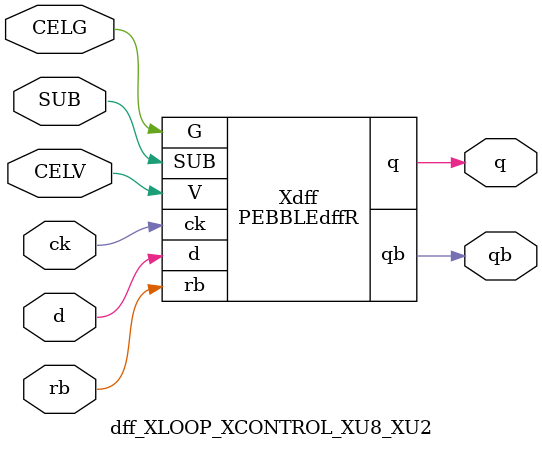
<source format=v>



module PEBBLEdffR ( q, qb, G, SUB, V, ck, d, rb );

  input V;
  output q;
  input rb;
  input d;
  input G;
  input ck;
  input SUB;
  output qb;
endmodule

//Celera Confidential Do Not Copy dff_XLOOP_XCONTROL_XU8_XU2
//Celera Confidential Symbol Generator
//DFF latch
module dff_XLOOP_XCONTROL_XU8_XU2 (CELV,CELG,d,rb,ck,q,qb,SUB );
input CELV;
input CELG;
input d;
input rb;
input ck;
input SUB;
output q;
output qb;

//Celera Confidential Do Not Copy dff
PEBBLEdffR Xdff(
.V (CELV),
.d (d),
.rb (rb),
.ck (ck),
.q (q),
.qb (qb),
.SUB (SUB),
.G (CELG)
);
//,diesize,PEBBLEdffR

//Celera Confidential Do Not Copy Module End
//Celera Schematic Generator
endmodule

</source>
